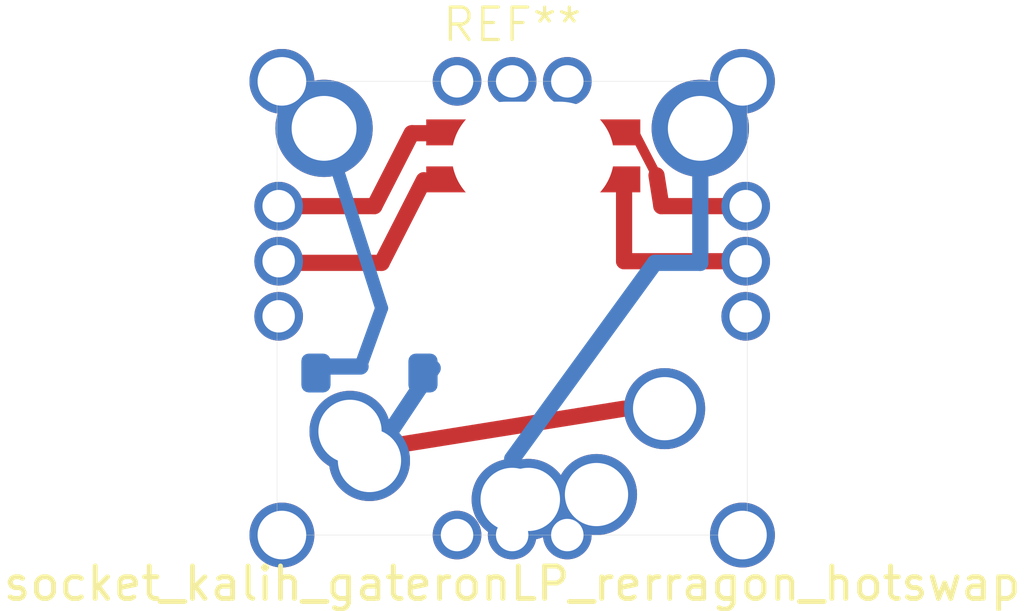
<source format=kicad_pcb>
(kicad_pcb (version 20221018) (generator pcbnew)
  (layers (0 "F.Cu" signal) (31 "B.Cu" signal) (34 "B.Paste" user) (35 "F.Paste" user) (36 "B.SilkS" user "B.Silkscreen") (37 "F.SilkS" user "F.Silkscreen") (38 "B.Mask" user) (39 "F.Mask" user) (44 "Edge.Cuts" user))
  (net 0 "")
  (footprint "socket_multi_mechanical_keyboard:socket_kalih_gateronLP_rerragon_hotswap" (layer "F.Cu") (at 71.12 90.17)
    (fp_text reference "REF**" (at 0 -8.75 unlocked) (layer "F.SilkS") (effects (font (thickness 0.1))))
    (fp_text value "socket_kalih_gateronLP_rerragon_hotswap" (at 0 8.5 unlocked) (layer "F.SilkS"))
    (fp_line (start -4.25 -3.15) (end -6.775 -3.15) (stroke (width 0.5)) (layer "F.Cu"))
    (fp_line (start -4.025 -1.4) (end -6.9 -1.4) (stroke (width 0.5)) (layer "F.Cu"))
    (fp_line (start -3.1 -5.4) (end -4.25 -3.15) (stroke (width 0.5)) (layer "F.Cu"))
    (fp_line (start -2.725 -3.95) (end -4.025 -1.4) (stroke (width 0.5)) (layer "F.Cu"))
    (fp_line (start -2.425 -5.4) (end -3.075 -5.4) (stroke (width 0.5)) (layer "F.Cu"))
    (fp_line (start 3.45 -1.45) (end 3.45 -3.9) (stroke (width 0.5)) (layer "F.Cu"))
    (fp_line (start 3.45 3.1) (end -3.4 4.2) (stroke (width 0.5)) (layer "F.Cu"))
    (fp_line (start 4.45 -4.1) (end 3.75 -5.45) (stroke (width 0.3)) (layer "F.Cu"))
    (fp_line (start 4.6 -3.15) (end 4.45 -4.1) (stroke (width 0.5)) (layer "F.Cu"))
    (fp_line (start 6.725 -3.15) (end 4.6 -3.15) (stroke (width 0.5)) (layer "F.Cu"))
    (fp_line (start 7.2 -1.45) (end 3.45 -1.45) (stroke (width 0.5)) (layer "F.Cu"))
    (fp_line (start -4.675 1.8) (end -6.05 1.8) (stroke (width 0.5)) (layer "B.Cu"))
    (fp_line (start -4.675 1.8) (end -4.025 0) (stroke (width 0.4)) (layer "B.Cu"))
    (fp_line (start -4.025 0) (end -5.8 -5.55) (stroke (width 0.4)) (layer "B.Cu"))
    (fp_line (start -2.45 1.85) (end -3.75 3.8) (stroke (width 0.5)) (layer "B.Cu"))
    (fp_line (start 4.4 -1.4) (end 0 4.65) (stroke (width 0.5)) (layer "B.Cu"))
    (fp_line (start 5.8 -5.55) (end 5.8 -1.4) (stroke (width 0.5)) (layer "B.Cu"))
    (fp_line (start 5.8 -1.4) (end 4.4 -1.4) (stroke (width 0.5)) (layer "B.Cu"))
    (fp_line (start -7.25 -6.7) (end -7.25 6.7) (stroke (width 0.01)) (layer "Edge.Cuts"))
    (fp_line (start -6.95 7) (end 6.95 7) (stroke (width 0.01)) (layer "Edge.Cuts"))
    (fp_line (start 6.95 -7) (end -6.95 -7) (stroke (width 0.01)) (layer "Edge.Cuts"))
    (fp_line (start 7.25 6.7) (end 7.25 -6.7) (stroke (width 0.01)) (layer "Edge.Cuts"))
    (fp_arc (start -7.25 6.7) (mid -7.037868 6.787868) (end -6.95 7) (stroke (width 0.01)) (layer "Edge.Cuts"))
    (fp_arc (start -6.95 -7) (mid -7.037868 -6.787868) (end -7.25 -6.7) (stroke (width 0.01)) (layer "Edge.Cuts"))
    (fp_arc (start 6.95 7) (mid 7.037868 6.787868) (end 7.25 6.7) (stroke (width 0.01)) (layer "Edge.Cuts"))
    (fp_arc (start 7.25 -6.7) (mid 7.037868 -6.787868) (end 6.95 -7) (stroke (width 0.01)) (layer "Edge.Cuts"))
    (pad "" thru_hole circle (at -7.2 0.25) (size 1.5 1.5) (drill 1) (layers "*.Cu" "*.Mask"))
    (pad "" thru_hole circle (at -7.1 7 90) (size 2 2) (drill 1.5) (layers "*.Cu" "*.Mask"))
    (pad "" smd roundrect (at -6.05 2) (size 0.9 1.2) (layers "B.Cu" "B.Paste" "B.Mask"))
    (pad "" thru_hole circle (at -5.8 -5.55) (size 3 3) (drill 2) (layers "*.Cu" "*.Mask"))
    (pad "" np_thru_hole circle (at -5.5 0 180) (size 1.9 1.9) (drill 1.9) (layers "F&B.Cu" "*.Mask"))
    (pad "" thru_hole circle (at -5 3.8) (size 2.5 2.5) (drill 1.95) (layers "*.Cu" "*.Mask"))
    (pad "" thru_hole circle (at -4.4 4.7) (size 2.5 2.5) (drill 1.95) (layers "*.Cu" "*.Mask"))
    (pad "" smd roundrect (at -2.75 2) (size 0.9 1.2) (layers "B.Cu" "B.Paste" "B.Mask"))
    (pad "" smd rect (at -1.95 -5.425) (size 1.4 0.8) (layers "*.Paste" "*.Mask" "F.Cu"))
    (pad "" smd rect (at -1.95 -3.975) (size 1.4 0.8) (layers "*.Paste" "*.Mask" "F.Cu"))
    (pad "" thru_hole circle (at -1.7 -7 90) (size 1.5 1.5) (drill 1) (layers "*.Cu" "*.Mask"))
    (pad "" thru_hole circle (at -1.7 7 90) (size 1.5 1.5) (drill 1) (layers "*.Cu" "*.Mask"))
    (pad "" thru_hole circle (at 0 -7 90) (size 1.5 1.5) (drill 1) (layers "*.Cu" "*.Mask"))
    (pad "" np_thru_hole circle (at 0 0) (size 4.28 4.28) (drill 4.28) (layers "F&B.Cu" "*.Mask"))
    (pad "" thru_hole circle (at 0 5.9) (size 2.5 2.5) (drill 1.95) (layers "*.Cu" "*.Mask"))
    (pad "" thru_hole circle (at 0 7 90) (size 1.5 1.5) (drill 1) (layers "*.Cu" "*.Mask"))
    (pad "" thru_hole circle (at 0.5 5.9) (size 2.5 2.5) (drill 1.95) (layers "*.Cu" "*.Mask"))
    (pad "" np_thru_hole oval (at 0.64 -4.698 180) (size 5 3.35) (drill oval 5 3.35) (layers "F&B.Cu" "*.Mask"))
    (pad "" np_thru_hole circle (at 0.65 -4.7) (size 3.3 3.3) (drill 3.3) (layers "*.Cu" "*.Mask"))
    (pad "" thru_hole circle (at 1.7 -7 90) (size 1.5 1.5) (drill 1) (layers "*.Cu" "*.Mask"))
    (pad "" thru_hole circle (at 1.7 7 90) (size 1.5 1.5) (drill 1) (layers "*.Cu" "*.Mask"))
    (pad "" thru_hole circle (at 2.6 5.75) (size 2.5 2.5) (drill 1.95) (layers "*.Cu" "*.Mask"))
    (pad "" smd rect (at 3.25 -5.425) (size 1.4 0.8) (layers "*.Paste" "*.Mask" "F.Cu"))
    (pad "" smd rect (at 3.25 -3.975) (size 1.4 0.8) (layers "*.Paste" "*.Mask" "F.Cu"))
    (pad "" thru_hole circle (at 4.7 3.1) (size 2.5 2.5) (drill 1.95) (layers "*.Cu" "*.Mask"))
    (pad "" np_thru_hole circle (at 5.5 0 180) (size 1.9 1.9) (drill 1.9) (layers "F&B.Cu" "*.Mask"))
    (pad "" thru_hole circle (at 5.8 -5.55) (size 3 3) (drill 2) (layers "*.Cu" "*.Mask"))
    (pad "" thru_hole circle (at 7.1 7 90) (size 2 2) (drill 1.5) (layers "*.Cu" "*.Mask"))
    (pad "" thru_hole circle (at 7.2 0.25) (size 1.5 1.5) (drill 1) (layers "*.Cu" "*.Mask"))
    (pad "1" thru_hole circle (at -7.1 -7) (size 2 2) (drill 1.5) (layers "*.Cu" "*.Mask"))
    (pad "2" thru_hole circle (at 7.1 -7) (size 2 2) (drill 1.5) (layers "*.Cu" "*.Mask"))
    (pad "3" thru_hole circle (at 7.2 -3.15) (size 1.5 1.5) (drill 1) (layers "*.Cu" "*.Mask"))
    (pad "4" thru_hole circle (at -7.2 -3.15) (size 1.5 1.5) (drill 1) (layers "*.Cu" "*.Mask"))
    (pad "5" thru_hole circle (at -7.2 -1.45) (size 1.5 1.5) (drill 1) (layers "*.Cu" "*.Mask"))
    (pad "6" thru_hole circle (at 7.2 -1.45) (size 1.5 1.5) (drill 1) (layers "*.Cu" "*.Mask"))
  )
)
</source>
